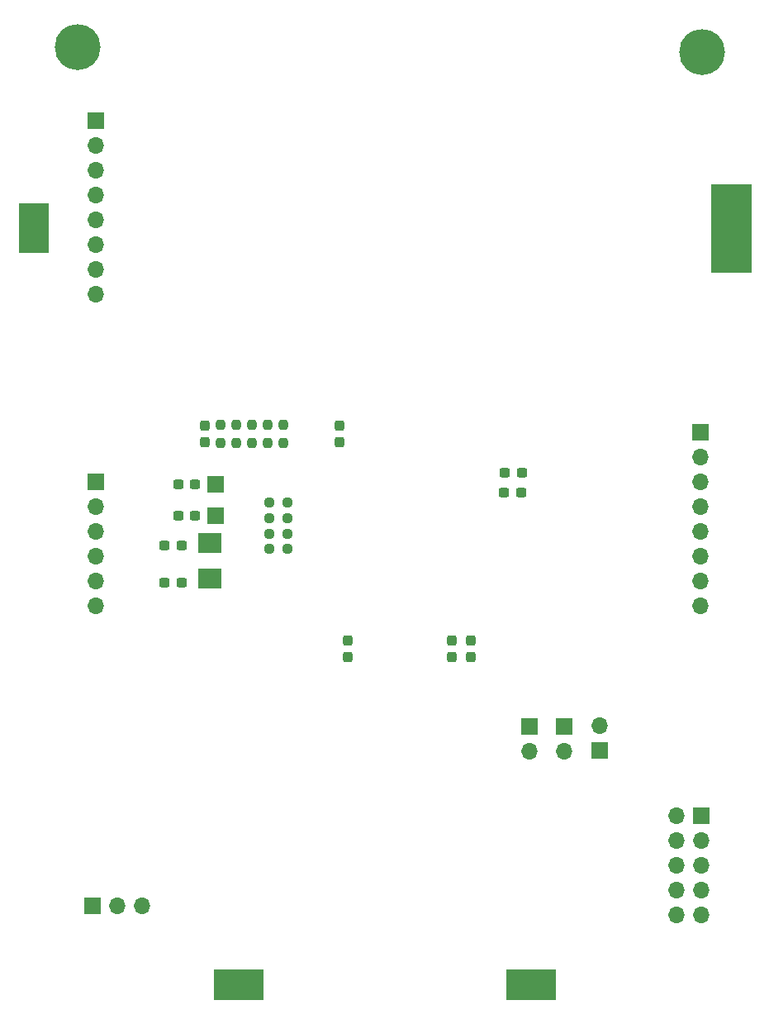
<source format=gbr>
%TF.GenerationSoftware,KiCad,Pcbnew,8.0.0*%
%TF.CreationDate,2024-11-20T18:05:04+03:00*%
%TF.ProjectId,box_side_MCU_green,626f785f-7369-4646-955f-4d43555f6772,rev?*%
%TF.SameCoordinates,Original*%
%TF.FileFunction,Soldermask,Bot*%
%TF.FilePolarity,Negative*%
%FSLAX46Y46*%
G04 Gerber Fmt 4.6, Leading zero omitted, Abs format (unit mm)*
G04 Created by KiCad (PCBNEW 8.0.0) date 2024-11-20 18:05:04*
%MOMM*%
%LPD*%
G01*
G04 APERTURE LIST*
G04 Aperture macros list*
%AMRoundRect*
0 Rectangle with rounded corners*
0 $1 Rounding radius*
0 $2 $3 $4 $5 $6 $7 $8 $9 X,Y pos of 4 corners*
0 Add a 4 corners polygon primitive as box body*
4,1,4,$2,$3,$4,$5,$6,$7,$8,$9,$2,$3,0*
0 Add four circle primitives for the rounded corners*
1,1,$1+$1,$2,$3*
1,1,$1+$1,$4,$5*
1,1,$1+$1,$6,$7*
1,1,$1+$1,$8,$9*
0 Add four rect primitives between the rounded corners*
20,1,$1+$1,$2,$3,$4,$5,0*
20,1,$1+$1,$4,$5,$6,$7,0*
20,1,$1+$1,$6,$7,$8,$9,0*
20,1,$1+$1,$8,$9,$2,$3,0*%
G04 Aperture macros list end*
%ADD10C,0.100000*%
%ADD11R,1.700000X1.700000*%
%ADD12O,1.700000X1.700000*%
%ADD13C,3.100000*%
%ADD14C,4.700000*%
%ADD15RoundRect,0.237500X0.300000X0.237500X-0.300000X0.237500X-0.300000X-0.237500X0.300000X-0.237500X0*%
%ADD16RoundRect,0.237500X-0.250000X-0.237500X0.250000X-0.237500X0.250000X0.237500X-0.250000X0.237500X0*%
%ADD17RoundRect,0.237500X-0.300000X-0.237500X0.300000X-0.237500X0.300000X0.237500X-0.300000X0.237500X0*%
%ADD18R,2.400000X2.000000*%
%ADD19RoundRect,0.237500X0.237500X-0.250000X0.237500X0.250000X-0.237500X0.250000X-0.237500X-0.250000X0*%
%ADD20RoundRect,0.237500X0.237500X-0.300000X0.237500X0.300000X-0.237500X0.300000X-0.237500X-0.300000X0*%
%ADD21RoundRect,0.237500X-0.237500X0.300000X-0.237500X-0.300000X0.237500X-0.300000X0.237500X0.300000X0*%
%ADD22R,1.800000X1.750000*%
G04 APERTURE END LIST*
D10*
X195500000Y-62000000D02*
X191500000Y-62000000D01*
X191500000Y-53000000D01*
X195500000Y-53000000D01*
X195500000Y-62000000D01*
G36*
X195500000Y-62000000D02*
G01*
X191500000Y-62000000D01*
X191500000Y-53000000D01*
X195500000Y-53000000D01*
X195500000Y-62000000D01*
G37*
X145500000Y-136500000D02*
X140500000Y-136500000D01*
X140500000Y-133500000D01*
X145500000Y-133500000D01*
X145500000Y-136500000D01*
G36*
X145500000Y-136500000D02*
G01*
X140500000Y-136500000D01*
X140500000Y-133500000D01*
X145500000Y-133500000D01*
X145500000Y-136500000D01*
G37*
X123500000Y-60000000D02*
X120500000Y-60000000D01*
X120500000Y-55000000D01*
X123500000Y-55000000D01*
X123500000Y-60000000D01*
G36*
X123500000Y-60000000D02*
G01*
X120500000Y-60000000D01*
X120500000Y-55000000D01*
X123500000Y-55000000D01*
X123500000Y-60000000D01*
G37*
X175500000Y-136500000D02*
X170500000Y-136500000D01*
X170500000Y-133500000D01*
X175500000Y-133500000D01*
X175500000Y-136500000D01*
G36*
X175500000Y-136500000D02*
G01*
X170500000Y-136500000D01*
X170500000Y-133500000D01*
X175500000Y-133500000D01*
X175500000Y-136500000D01*
G37*
D11*
%TO.C,X3*%
X180000000Y-111000000D03*
D12*
X180000000Y-108460000D03*
%TD*%
D11*
%TO.C,X6*%
X128400000Y-83475000D03*
D12*
X128400000Y-86015000D03*
X128400000Y-88554999D03*
X128400000Y-91095000D03*
X128400000Y-93635000D03*
X128400000Y-96175000D03*
%TD*%
D11*
%TO.C,X8*%
X190489999Y-117749999D03*
D12*
X187949999Y-117749999D03*
X190489999Y-120289999D03*
X187949999Y-120289999D03*
X190489999Y-122829998D03*
X187949999Y-122829999D03*
X190489999Y-125369999D03*
X187949999Y-125369999D03*
X190489999Y-127909999D03*
X187949999Y-127909999D03*
%TD*%
D13*
%TO.C,REF\u002A\u002A*%
X126500000Y-39000000D03*
D14*
X126500000Y-39000000D03*
%TD*%
D11*
%TO.C,X9*%
X190400000Y-78420000D03*
D12*
X190400000Y-80960000D03*
X190400000Y-83500000D03*
X190400000Y-86040000D03*
X190400000Y-88580000D03*
X190400000Y-91120000D03*
X190400000Y-93660000D03*
X190400000Y-96200000D03*
%TD*%
D11*
%TO.C,X1*%
X172850000Y-108610000D03*
D12*
X172850000Y-111150000D03*
%TD*%
D11*
%TO.C,X5*%
X128425000Y-46525000D03*
D12*
X128425000Y-49065000D03*
X128425000Y-51605000D03*
X128425000Y-54145000D03*
X128425000Y-56685000D03*
X128425000Y-59225000D03*
X128425000Y-61765000D03*
X128425000Y-64305000D03*
%TD*%
D11*
%TO.C,X7*%
X128075000Y-126975000D03*
D12*
X130615000Y-126975000D03*
X133154999Y-126975000D03*
%TD*%
D13*
%TO.C,REF\u002A\u002A*%
X190500000Y-39500000D03*
D14*
X190500000Y-39500000D03*
%TD*%
D11*
%TO.C,X2*%
X176425000Y-108610000D03*
D12*
X176425000Y-111150000D03*
%TD*%
D15*
%TO.C,C5*%
X137162501Y-93800000D03*
X135437499Y-93800000D03*
%TD*%
D16*
%TO.C,SB9*%
X146187500Y-90400000D03*
X148012500Y-90400000D03*
%TD*%
D17*
%TO.C,C7*%
X170237499Y-84600000D03*
X171962501Y-84600000D03*
%TD*%
D18*
%TO.C,Y2*%
X140100000Y-89749999D03*
X140100000Y-93450001D03*
%TD*%
D15*
%TO.C,C1*%
X138562501Y-83800000D03*
X136837499Y-83800000D03*
%TD*%
D19*
%TO.C,SB11*%
X147600000Y-79512500D03*
X147600000Y-77687500D03*
%TD*%
D15*
%TO.C,C2*%
X138562501Y-87000000D03*
X136837499Y-87000000D03*
%TD*%
D16*
%TO.C,SB8*%
X146187500Y-88800000D03*
X148012500Y-88800000D03*
%TD*%
D20*
%TO.C,C13*%
X153400000Y-79462501D03*
X153400000Y-77737499D03*
%TD*%
D21*
%TO.C,C6*%
X164900000Y-99737499D03*
X164900000Y-101462501D03*
%TD*%
D19*
%TO.C,SB12*%
X146000000Y-79512500D03*
X146000000Y-77687500D03*
%TD*%
D15*
%TO.C,C4*%
X137162501Y-90000000D03*
X135437499Y-90000000D03*
%TD*%
D16*
%TO.C,SB6*%
X146187500Y-85600000D03*
X148012500Y-85600000D03*
%TD*%
D19*
%TO.C,SB15*%
X141200001Y-79512500D03*
X141200001Y-77687500D03*
%TD*%
%TO.C,SB14*%
X142799999Y-79512500D03*
X142799999Y-77687500D03*
%TD*%
D17*
%TO.C,C15*%
X170337499Y-82600000D03*
X172062501Y-82600000D03*
%TD*%
D21*
%TO.C,C17*%
X139600000Y-77737499D03*
X139600000Y-79462501D03*
%TD*%
D16*
%TO.C,SB7*%
X146187500Y-87200000D03*
X148012500Y-87200000D03*
%TD*%
D21*
%TO.C,C11*%
X166800000Y-99737499D03*
X166800000Y-101462501D03*
%TD*%
D22*
%TO.C,Y1*%
X140700000Y-83749998D03*
X140700000Y-87000000D03*
%TD*%
D19*
%TO.C,SB13*%
X144400000Y-79512500D03*
X144400000Y-77687500D03*
%TD*%
D21*
%TO.C,C9*%
X154200000Y-99737499D03*
X154200000Y-101462501D03*
%TD*%
M02*

</source>
